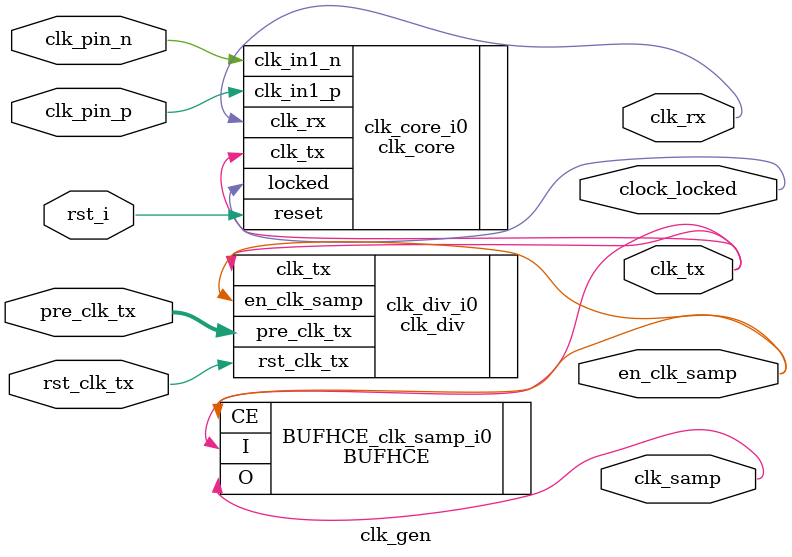
<source format=v>

`timescale 1ns/1ps


module clk_gen (
  input             clk_pin_p,       // Input clock pin - IBUFGDS is in core
  input             clk_pin_n,       //   - differential pair
  input             rst_i,           // Asynchronous input from IBUF

  input             rst_clk_tx,      // For clock divider
  
  input      [15:0] pre_clk_tx,      // Current divider

  output            clk_rx,          // Receive clock
  output            clk_tx,          // Transmit clock
  output            clk_samp,        // Sample clock

  output            en_clk_samp,     // Enable for clk_samp
  output            clock_locked     // Locked signal from MMCM
);

//***************************************************************************
// Function definitions
//***************************************************************************

//***************************************************************************
// Parameter definitions
//***************************************************************************

//***************************************************************************
// Reg declarations
//***************************************************************************

//***************************************************************************
// Wire declarations
//***************************************************************************
  
//***************************************************************************
// Code
//***************************************************************************

  // Instantiate the prescale divider

  clk_div clk_div_i0 (
    .clk_tx          (clk_tx),
    .rst_clk_tx      (rst_clk_tx),
    .pre_clk_tx      (pre_clk_tx),
    .en_clk_samp     (en_clk_samp)
  );

  // Instantiate clk_core - generated by the Clocking Wizard

  clk_core clk_core_i0 (
    .clk_in1_p          (clk_pin_p), 
    .clk_in1_n          (clk_pin_n), 
    .clk_rx             (clk_rx),
    .clk_tx             (clk_tx), 
    .reset              (rst_i), 
    .locked             (clock_locked)
  );


  BUFHCE #(
   .INIT_OUT(0)  // Initial output value
  )
  BUFHCE_clk_samp_i0
  (
     .O        (clk_samp),   // 1-bit The output of the BUFH
     .CE       (en_clk_samp),// 1-bit Enables propagation of signal from I to O
     .I        (clk_tx)      // 1-bit The input to the BUFH
  ); // BUFHCE
  


endmodule

</source>
